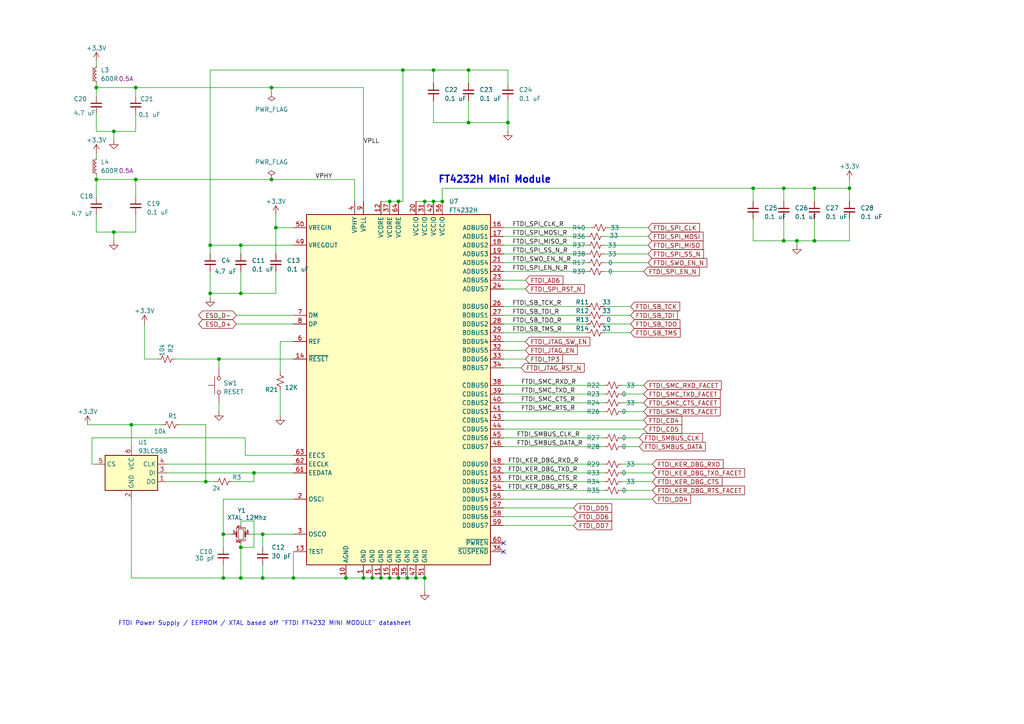
<source format=kicad_sch>
(kicad_sch (version 20250114) (generator "eeschema") (generator_version "9.0")
  (paper "A4")
  (text "FTDI Power Supply / EEPROM / XTAL based off \"FTDI FT4232 MINI MODULE\" datasheet" (at 34.29 181.61 0) (effects (font (size 1.27 1.27)) (justify left bottom)))
  (text "FT4232H Mini Module" (at 127 53.34 0) (effects (font (size 2 2) (thickness 0.4) (bold yes)) (justify left bottom)))
  (junction (at 116.84 20.32))
  (junction (at 33.02 67.31))
  (junction (at 246.38 54.61))
  (junction (at 135.89 35.56))
  (junction (at 227.33 69.85))
  (junction (at 64.77 167.64))
  (junction (at 27.94 25.4))
  (junction (at 63.5 104.14))
  (junction (at 73.66 137.16))
  (junction (at 60.96 85.09))
  (junction (at 39.37 25.4))
  (junction (at 78.74 52.07))
  (junction (at 60.96 71.12))
  (junction (at 100.33 167.64))
  (junction (at 38.1 123.19))
  (junction (at 125.73 58.42))
  (junction (at 125.73 20.32))
  (junction (at 115.57 58.42))
  (junction (at 123.19 58.42))
  (junction (at 113.03 167.64))
  (junction (at 76.2 167.64))
  (junction (at 107.95 167.64))
  (junction (at 69.85 85.09))
  (junction (at 236.22 69.85))
  (junction (at 85.09 167.64))
  (junction (at 128.27 58.42))
  (junction (at 69.85 71.12))
  (junction (at 64.77 154.94))
  (junction (at 78.74 25.4))
  (junction (at 231.14 69.85))
  (junction (at 33.02 38.1))
  (junction (at 59.69 139.7))
  (junction (at 27.94 52.07))
  (junction (at 80.01 66.04))
  (junction (at 227.33 54.61))
  (junction (at 120.65 167.64))
  (junction (at 69.85 167.64))
  (junction (at 76.2 154.94))
  (junction (at 113.03 58.42))
  (junction (at 236.22 54.61))
  (junction (at 115.57 167.64))
  (junction (at 147.32 35.56))
  (junction (at 69.85 158.75))
  (junction (at 105.41 167.64))
  (junction (at 135.89 20.32))
  (junction (at 123.19 167.64))
  (junction (at 118.11 167.64))
  (junction (at 218.44 54.61))
  (junction (at 39.37 52.07))
  (junction (at 110.49 167.64))
  (no_connect (at 146.05 157.48))
  (no_connect (at 146.05 160.02))
  (wire (pts (xy 64.77 167.64) (xy 69.85 167.64)))
  (wire (pts (xy 146.05 71.12) (xy 170.18 71.12)))
  (wire (pts (xy 69.85 85.09) (xy 80.01 85.09)))
  (wire (pts (xy 73.66 151.13) (xy 73.66 158.75)))
  (wire (pts (xy 76.2 167.64) (xy 85.09 167.64)))
  (wire (pts (xy 85.09 132.08) (xy 71.12 132.08)))
  (wire (pts (xy 113.03 58.42) (xy 115.57 58.42)))
  (wire (pts (xy 146.05 66.04) (xy 171.45 66.04)))
  (wire (pts (xy 27.94 52.07) (xy 39.37 52.07)))
  (wire (pts (xy 48.26 139.7) (xy 59.69 139.7)))
  (wire (pts (xy 69.85 151.13) (xy 73.66 151.13)))
  (wire (pts (xy 146.05 93.98) (xy 170.18 93.98)))
  (wire (pts (xy 125.73 20.32) (xy 135.89 20.32)))
  (wire (pts (xy 27.94 44.45) (xy 27.94 45.72)))
  (wire (pts (xy 80.01 66.04) (xy 85.09 66.04)))
  (wire (pts (xy 63.5 116.84) (xy 63.5 119.38)))
  (wire (pts (xy 60.96 85.09) (xy 69.85 85.09)))
  (wire (pts (xy 39.37 62.23) (xy 39.37 67.31)))
  (wire (pts (xy 146.05 144.78) (xy 189.23 144.78)))
  (wire (pts (xy 33.02 38.1) (xy 39.37 38.1)))
  (wire (pts (xy 107.95 167.64) (xy 110.49 167.64)))
  (wire (pts (xy 48.26 134.62) (xy 85.09 134.62)))
  (wire (pts (xy 123.19 58.42) (xy 125.73 58.42)))
  (wire (pts (xy 227.33 69.85) (xy 231.14 69.85)))
  (wire (pts (xy 227.33 63.5) (xy 227.33 69.85)))
  (wire (pts (xy 146.05 76.2) (xy 170.18 76.2)))
  (wire (pts (xy 59.69 123.19) (xy 59.69 139.7)))
  (wire (pts (xy 69.85 71.12) (xy 60.96 71.12)))
  (wire (pts (xy 135.89 20.32) (xy 135.89 24.13)))
  (wire (pts (xy 102.87 58.42) (xy 102.87 52.07)))
  (wire (pts (xy 146.05 119.38) (xy 175.26 119.38)))
  (wire (pts (xy 73.66 158.75) (xy 69.85 158.75)))
  (wire (pts (xy 146.05 149.86) (xy 166.37 149.86)))
  (wire (pts (xy 231.14 69.85) (xy 236.22 69.85)))
  (wire (pts (xy 27.94 62.23) (xy 27.94 67.31)))
  (wire (pts (xy 78.74 25.4) (xy 78.74 26.67)))
  (wire (pts (xy 62.23 139.7) (xy 59.69 139.7)))
  (wire (pts (xy 135.89 35.56) (xy 147.32 35.56)))
  (wire (pts (xy 69.85 158.75) (xy 69.85 157.48)))
  (wire (pts (xy 105.41 167.64) (xy 107.95 167.64)))
  (wire (pts (xy 147.32 35.56) (xy 147.32 38.1)))
  (wire (pts (xy 63.5 104.14) (xy 85.09 104.14)))
  (wire (pts (xy 38.1 123.19) (xy 46.99 123.19)))
  (wire (pts (xy 69.85 158.75) (xy 69.85 167.64)))
  (wire (pts (xy 227.33 58.42) (xy 227.33 54.61)))
  (wire (pts (xy 116.84 20.32) (xy 116.84 58.42)))
  (wire (pts (xy 180.34 114.3) (xy 186.69 114.3)))
  (wire (pts (xy 152.4 83.82) (xy 146.05 83.82)))
  (wire (pts (xy 128.27 54.61) (xy 218.44 54.61)))
  (wire (pts (xy 26.67 127) (xy 26.67 134.62)))
  (wire (pts (xy 146.05 129.54) (xy 175.26 129.54)))
  (wire (pts (xy 180.34 142.24) (xy 189.23 142.24)))
  (wire (pts (xy 236.22 69.85) (xy 246.38 69.85)))
  (wire (pts (xy 71.12 132.08) (xy 71.12 127)))
  (wire (pts (xy 146.05 134.62) (xy 175.26 134.62)))
  (wire (pts (xy 176.53 66.04) (xy 187.96 66.04)))
  (wire (pts (xy 180.34 137.16) (xy 189.23 137.16)))
  (wire (pts (xy 146.05 96.52) (xy 170.18 96.52)))
  (wire (pts (xy 146.05 78.74) (xy 170.18 78.74)))
  (wire (pts (xy 175.26 71.12) (xy 187.96 71.12)))
  (wire (pts (xy 180.34 119.38) (xy 186.69 119.38)))
  (wire (pts (xy 38.1 167.64) (xy 64.77 167.64)))
  (wire (pts (xy 146.05 142.24) (xy 175.26 142.24)))
  (wire (pts (xy 27.94 24.13) (xy 27.94 25.4)))
  (wire (pts (xy 175.26 73.66) (xy 187.96 73.66)))
  (wire (pts (xy 38.1 144.78) (xy 38.1 167.64)))
  (wire (pts (xy 180.34 116.84) (xy 186.69 116.84)))
  (wire (pts (xy 146.05 81.28) (xy 152.4 81.28)))
  (wire (pts (xy 147.32 20.32) (xy 147.32 24.13)))
  (wire (pts (xy 71.12 127) (xy 26.67 127)))
  (wire (pts (xy 69.85 151.13) (xy 69.85 152.4)))
  (wire (pts (xy 115.57 167.64) (xy 118.11 167.64)))
  (wire (pts (xy 146.05 116.84) (xy 175.26 116.84)))
  (wire (pts (xy 147.32 29.21) (xy 147.32 35.56)))
  (wire (pts (xy 118.11 167.64) (xy 120.65 167.64)))
  (wire (pts (xy 146.05 73.66) (xy 170.18 73.66)))
  (wire (pts (xy 64.77 154.94) (xy 64.77 158.75)))
  (wire (pts (xy 113.03 167.64) (xy 115.57 167.64)))
  (wire (pts (xy 85.09 144.78) (xy 64.77 144.78)))
  (wire (pts (xy 135.89 20.32) (xy 147.32 20.32)))
  (wire (pts (xy 146.05 101.6) (xy 152.4 101.6)))
  (wire (pts (xy 120.65 58.42) (xy 123.19 58.42)))
  (wire (pts (xy 27.94 17.78) (xy 27.94 19.05)))
  (wire (pts (xy 68.58 91.44) (xy 85.09 91.44)))
  (wire (pts (xy 175.26 76.2) (xy 187.96 76.2)))
  (wire (pts (xy 81.28 99.06) (xy 81.28 107.95)))
  (wire (pts (xy 73.66 137.16) (xy 85.09 137.16)))
  (wire (pts (xy 27.94 25.4) (xy 39.37 25.4)))
  (wire (pts (xy 80.01 85.09) (xy 80.01 78.74)))
  (wire (pts (xy 218.44 63.5) (xy 218.44 69.85)))
  (wire (pts (xy 146.05 111.76) (xy 175.26 111.76)))
  (wire (pts (xy 146.05 106.68) (xy 151.13 106.68)))
  (wire (pts (xy 50.8 104.14) (xy 63.5 104.14)))
  (wire (pts (xy 128.27 54.61) (xy 128.27 58.42)))
  (wire (pts (xy 27.94 27.94) (xy 27.94 25.4)))
  (wire (pts (xy 246.38 69.85) (xy 246.38 63.5)))
  (wire (pts (xy 27.94 50.8) (xy 27.94 52.07)))
  (wire (pts (xy 175.26 91.44) (xy 182.88 91.44)))
  (wire (pts (xy 39.37 52.07) (xy 39.37 57.15)))
  (wire (pts (xy 110.49 58.42) (xy 113.03 58.42)))
  (wire (pts (xy 60.96 20.32) (xy 60.96 71.12)))
  (wire (pts (xy 180.34 139.7) (xy 189.23 139.7)))
  (wire (pts (xy 64.77 144.78) (xy 64.77 154.94)))
  (wire (pts (xy 218.44 69.85) (xy 227.33 69.85)))
  (wire (pts (xy 69.85 167.64) (xy 76.2 167.64)))
  (wire (pts (xy 146.05 114.3) (xy 175.26 114.3)))
  (wire (pts (xy 39.37 52.07) (xy 78.74 52.07)))
  (wire (pts (xy 125.73 29.21) (xy 125.73 35.56)))
  (wire (pts (xy 85.09 167.64) (xy 100.33 167.64)))
  (wire (pts (xy 85.09 160.02) (xy 85.09 167.64)))
  (wire (pts (xy 218.44 54.61) (xy 227.33 54.61)))
  (wire (pts (xy 146.05 139.7) (xy 175.26 139.7)))
  (wire (pts (xy 60.96 71.12) (xy 60.96 73.66)))
  (wire (pts (xy 116.84 20.32) (xy 125.73 20.32)))
  (wire (pts (xy 39.37 27.94) (xy 39.37 25.4)))
  (wire (pts (xy 236.22 63.5) (xy 236.22 69.85)))
  (wire (pts (xy 146.05 99.06) (xy 152.4 99.06)))
  (wire (pts (xy 146.05 152.4) (xy 166.37 152.4)))
  (wire (pts (xy 48.26 137.16) (xy 73.66 137.16)))
  (wire (pts (xy 125.73 20.32) (xy 125.73 24.13)))
  (wire (pts (xy 64.77 154.94) (xy 67.31 154.94)))
  (wire (pts (xy 78.74 52.07) (xy 102.87 52.07)))
  (wire (pts (xy 236.22 54.61) (xy 246.38 54.61)))
  (wire (pts (xy 26.67 134.62) (xy 27.94 134.62)))
  (wire (pts (xy 218.44 54.61) (xy 218.44 58.42)))
  (wire (pts (xy 33.02 67.31) (xy 39.37 67.31)))
  (wire (pts (xy 146.05 121.92) (xy 186.69 121.92)))
  (wire (pts (xy 175.26 93.98) (xy 182.88 93.98)))
  (wire (pts (xy 180.34 111.76) (xy 186.69 111.76)))
  (wire (pts (xy 27.94 67.31) (xy 33.02 67.31)))
  (wire (pts (xy 25.4 123.19) (xy 38.1 123.19)))
  (wire (pts (xy 115.57 58.42) (xy 116.84 58.42)))
  (wire (pts (xy 69.85 71.12) (xy 85.09 71.12)))
  (wire (pts (xy 246.38 54.61) (xy 246.38 58.42)))
  (wire (pts (xy 146.05 137.16) (xy 175.26 137.16)))
  (wire (pts (xy 146.05 124.46) (xy 186.69 124.46)))
  (wire (pts (xy 180.34 127) (xy 185.42 127)))
  (wire (pts (xy 100.33 167.64) (xy 105.41 167.64)))
  (wire (pts (xy 67.31 139.7) (xy 73.66 139.7)))
  (wire (pts (xy 27.94 38.1) (xy 33.02 38.1)))
  (wire (pts (xy 110.49 167.64) (xy 113.03 167.64)))
  (wire (pts (xy 73.66 139.7) (xy 73.66 137.16)))
  (wire (pts (xy 146.05 68.58) (xy 170.18 68.58)))
  (wire (pts (xy 180.34 134.62) (xy 189.23 134.62)))
  (wire (pts (xy 146.05 91.44) (xy 170.18 91.44)))
  (wire (pts (xy 39.37 38.1) (xy 39.37 33.02)))
  (wire (pts (xy 64.77 163.83) (xy 64.77 167.64)))
  (wire (pts (xy 146.05 147.32) (xy 166.37 147.32)))
  (wire (pts (xy 33.02 38.1) (xy 33.02 40.64)))
  (wire (pts (xy 68.58 93.98) (xy 85.09 93.98)))
  (wire (pts (xy 60.96 78.74) (xy 60.96 85.09)))
  (wire (pts (xy 120.65 167.64) (xy 123.19 167.64)))
  (wire (pts (xy 175.26 68.58) (xy 187.96 68.58)))
  (wire (pts (xy 85.09 99.06) (xy 81.28 99.06)))
  (wire (pts (xy 76.2 154.94) (xy 76.2 158.75)))
  (wire (pts (xy 105.41 25.4) (xy 105.41 58.42)))
  (wire (pts (xy 72.39 154.94) (xy 76.2 154.94)))
  (wire (pts (xy 63.5 104.14) (xy 63.5 106.68)))
  (wire (pts (xy 69.85 71.12) (xy 69.85 73.66)))
  (wire (pts (xy 39.37 25.4) (xy 78.74 25.4)))
  (wire (pts (xy 146.05 127) (xy 175.26 127)))
  (wire (pts (xy 38.1 123.19) (xy 38.1 129.54)))
  (wire (pts (xy 33.02 67.31) (xy 33.02 69.85)))
  (wire (pts (xy 41.91 93.98) (xy 41.91 104.14)))
  (wire (pts (xy 78.74 25.4) (xy 105.41 25.4)))
  (wire (pts (xy 246.38 52.07) (xy 246.38 54.61)))
  (wire (pts (xy 175.26 96.52) (xy 182.88 96.52)))
  (wire (pts (xy 123.19 167.64) (xy 123.19 171.45)))
  (wire (pts (xy 80.01 62.23) (xy 80.01 66.04)))
  (wire (pts (xy 60.96 20.32) (xy 116.84 20.32)))
  (wire (pts (xy 146.05 104.14) (xy 152.4 104.14)))
  (wire (pts (xy 236.22 54.61) (xy 236.22 58.42)))
  (wire (pts (xy 69.85 78.74) (xy 69.85 85.09)))
  (wire (pts (xy 80.01 73.66) (xy 80.01 66.04)))
  (wire (pts (xy 59.69 123.19) (xy 52.07 123.19)))
  (wire (pts (xy 60.96 86.36) (xy 60.96 85.09)))
  (wire (pts (xy 175.26 88.9) (xy 182.88 88.9)))
  (wire (pts (xy 180.34 129.54) (xy 185.42 129.54)))
  (wire (pts (xy 41.91 104.14) (xy 45.72 104.14)))
  (wire (pts (xy 81.28 113.03) (xy 81.28 120.65)))
  (wire (pts (xy 27.94 33.02) (xy 27.94 38.1)))
  (wire (pts (xy 231.14 69.85) (xy 231.14 71.12)))
  (wire (pts (xy 125.73 35.56) (xy 135.89 35.56)))
  (wire (pts (xy 76.2 154.94) (xy 85.09 154.94)))
  (wire (pts (xy 227.33 54.61) (xy 236.22 54.61)))
  (wire (pts (xy 175.26 78.74) (xy 186.69 78.74)))
  (wire (pts (xy 135.89 35.56) (xy 135.89 29.21)))
  (wire (pts (xy 125.73 58.42) (xy 128.27 58.42)))
  (wire (pts (xy 146.05 88.9) (xy 170.18 88.9)))
  (wire (pts (xy 76.2 163.83) (xy 76.2 167.64)))
  (wire (pts (xy 27.94 52.07) (xy 27.94 57.15)))
  (label "FTDI_SMC_RTS_R" (at 151.13 119.38 0))
  (label "FTDI_SMBUS_CLK_R" (at 149.86 127 0))
  (label "FTDI_SB_TCK_R" (at 148.59 88.9 0))
  (label "FTDI_KER_DBG_RXD_R" (at 147.32 134.62 0))
  (label "FTDI_SMC_TXD_R" (at 151.13 114.3 0))
  (label "FTDI_SB_TDO_R" (at 148.59 93.98 0))
  (label "FTDI_KER_DBG_TXD_R" (at 147.32 137.16 0))
  (label "FTDI_SB_TDI_R" (at 148.59 91.44 0))
  (label "FTDI_SMC_CTS_R" (at 151.13 116.84 0))
  (label "FTDI_SPI_SS_N_R" (at 148.59 73.66 0))
  (label "FTDI_KER_DBG_RTS_R" (at 147.32 142.24 0))
  (label "FTDI_SPI_CLK_R" (at 148.59 66.04 0))
  (label "FTDI_SMC_RXD_R" (at 151.13 111.76 0))
  (label "FTDI_SPI_MISO_R" (at 148.59 71.12 0))
  (label "VPHY" (at 91.44 52.07 0))
  (label "FTDI_SPI_EN_N_R" (at 148.59 78.74 0))
  (label "FTDI_SWO_EN_N_R" (at 148.59 76.2 0))
  (label "FTDI_SMBUS_DATA_R" (at 149.86 129.54 0))
  (label "FTDI_SB_TMS_R" (at 148.59 96.52 0))
  (label "FTDI_SPI_MOSI_R" (at 148.59 68.58 0))
  (label "FTDI_KER_DBG_CTS_R" (at 147.32 139.7 0))
  (label "VPLL" (at 105.41 41.91 0))
  (global_label "FTDI_SB_TMS" (shape input) (at 182.88 96.52 0) (property "Intersheetrefs" "${INTERSHEET_REFS}" (effects (hide yes))))
  (global_label "FTDI_SB_TDO" (shape input) (at 182.88 93.98 0) (property "Intersheetrefs" "${INTERSHEET_REFS}" (effects (hide yes))))
  (global_label "ESD_D+" (shape bidirectional) (at 68.58 93.98 180) (property "Intersheetrefs" "${INTERSHEET_REFS}" (effects (hide yes))))
  (global_label "FTDI_SB_TCK" (shape input) (at 182.88 88.9 0) (property "Intersheetrefs" "${INTERSHEET_REFS}" (effects (hide yes))))
  (global_label "FTDI_SMBUS_DATA" (shape input) (at 185.42 129.54 0) (property "Intersheetrefs" "${INTERSHEET_REFS}" (effects (hide yes))))
  (global_label "FTDI_KER_DBG_RTS_FACET" (shape input) (at 189.23 142.24 0) (property "Intersheetrefs" "${INTERSHEET_REFS}" (effects (hide yes))))
  (global_label "FTDI_KER_DBG_CTS" (shape input) (at 189.23 139.7 0) (property "Intersheetrefs" "${INTERSHEET_REFS}" (effects (hide yes))))
  (global_label "FTDI_SPI_CLK" (shape input) (at 187.96 66.04 0) (property "Intersheetrefs" "${INTERSHEET_REFS}" (effects (hide yes))))
  (global_label "FTDI_TP3" (shape input) (at 152.4 104.14 0) (property "Intersheetrefs" "${INTERSHEET_REFS}" (effects (hide yes))))
  (global_label "FTDI_SPI_EN_N" (shape input) (at 186.69 78.74 0) (property "Intersheetrefs" "${INTERSHEET_REFS}" (effects (hide yes))))
  (global_label "FTDI_SMC_TXD_FACET" (shape input) (at 186.69 114.3 0) (property "Intersheetrefs" "${INTERSHEET_REFS}" (effects (hide yes))))
  (global_label "FTDI_SMC_RXD_FACET" (shape input) (at 186.69 111.76 0) (property "Intersheetrefs" "${INTERSHEET_REFS}" (effects (hide yes))))
  (global_label "FTDI_DD7" (shape input) (at 166.37 152.4 0) (property "Intersheetrefs" "${INTERSHEET_REFS}" (effects (hide yes))))
  (global_label "FTDI_SMC_RTS_FACET" (shape input) (at 186.69 119.38 0) (property "Intersheetrefs" "${INTERSHEET_REFS}" (effects (hide yes))))
  (global_label "FTDI_KER_DBG_TXD_FACET" (shape input) (at 189.23 137.16 0) (property "Intersheetrefs" "${INTERSHEET_REFS}" (effects (hide yes))))
  (global_label "FTDI_JTAG_SW_EN" (shape input) (at 152.4 99.06 0) (property "Intersheetrefs" "${INTERSHEET_REFS}" (effects (hide yes))))
  (global_label "FTDI_SPI_SS_N" (shape input) (at 187.96 73.66 0) (property "Intersheetrefs" "${INTERSHEET_REFS}" (effects (hide yes))))
  (global_label "FTDI_SPI_MOSI" (shape input) (at 187.96 68.58 0) (property "Intersheetrefs" "${INTERSHEET_REFS}" (effects (hide yes))))
  (global_label "FTDI_DD5" (shape input) (at 166.37 147.32 0) (property "Intersheetrefs" "${INTERSHEET_REFS}" (effects (hide yes))))
  (global_label "FTDI_DD4" (shape input) (at 189.23 144.78 0) (property "Intersheetrefs" "${INTERSHEET_REFS}" (effects (hide yes))))
  (global_label "FTDI_SPI_MISO" (shape input) (at 187.96 71.12 0) (property "Intersheetrefs" "${INTERSHEET_REFS}" (effects (hide yes))))
  (global_label "FTDI_SPI_RST_N" (shape input) (at 152.4 83.82 0) (property "Intersheetrefs" "${INTERSHEET_REFS}" (effects (hide yes))))
  (global_label "FTDI_SB_TDI" (shape input) (at 182.88 91.44 0) (property "Intersheetrefs" "${INTERSHEET_REFS}" (effects (hide yes))))
  (global_label "FTDI_JTAG_EN" (shape input) (at 152.4 101.6 0) (property "Intersheetrefs" "${INTERSHEET_REFS}" (effects (hide yes))))
  (global_label "FTDI_DD6" (shape input) (at 166.37 149.86 0) (property "Intersheetrefs" "${INTERSHEET_REFS}" (effects (hide yes))))
  (global_label "FTDI_CD4" (shape input) (at 186.69 121.92 0) (property "Intersheetrefs" "${INTERSHEET_REFS}" (effects (hide yes))))
  (global_label "FTDI_JTAG_RST_N" (shape input) (at 151.13 106.68 0) (property "Intersheetrefs" "${INTERSHEET_REFS}" (effects (hide yes))))
  (global_label "ESD_D-" (shape bidirectional) (at 68.58 91.44 180) (property "Intersheetrefs" "${INTERSHEET_REFS}" (effects (hide yes))))
  (global_label "FTDI_SMBUS_CLK" (shape input) (at 185.42 127 0) (property "Intersheetrefs" "${INTERSHEET_REFS}" (effects (hide yes))))
  (global_label "FTDI_AD6" (shape input) (at 152.4 81.28 0) (property "Intersheetrefs" "${INTERSHEET_REFS}" (effects (hide yes))))
  (global_label "FTDI_KER_DBG_RXD" (shape input) (at 189.23 134.62 0) (property "Intersheetrefs" "${INTERSHEET_REFS}" (effects (hide yes))))
  (global_label "FTDI_SMC_CTS_FACET" (shape input) (at 186.69 116.84 0) (property "Intersheetrefs" "${INTERSHEET_REFS}" (effects (hide yes))))
  (global_label "FTDI_SWO_EN_N" (shape input) (at 187.96 76.2 0) (property "Intersheetrefs" "${INTERSHEET_REFS}" (effects (hide yes))))
  (global_label "FTDI_CD5" (shape input) (at 186.69 124.46 0) (property "Intersheetrefs" "${INTERSHEET_REFS}" (effects (hide yes))))
  (symbol (lib_id "Device:C_Small") (at 227.33 60.96 0) (unit 1)
    (property "Reference" "C26" (at 230.505 60.3313 0) (effects (justify left)))
    (property "Value" "0.1 uF" (at 230.505 62.8713 0) (effects (justify left)))
    (property "Footprint" "Capacitor_SMD:C_0402_1005Metric" (effects (hide yes)))
    (property "Datasheet" "https://www.lcsc.com/datasheet/C14663.pdf" (effects (hide yes)))
    (property "Description" "Unpolarized capacitor, small symbol" (effects (hide yes)))
    (property "LCSC" "C14663" (effects (hide yes)))
    (property "MF" "YAGEO" (effects (hide yes)))
    (property "MP" "CC0603KRX7R9BB104" (effects (hide yes)))
  )
  (symbol (lib_id "power:+3.3V") (at 80.01 62.23 0) (unit 1)
    (property "Reference" "#PWR033" (effects (hide yes)))
    (property "Value" "+3.3V" (at 80.01 58.42 0))
    (property "Description" "Power symbol creates a global label with name \"+3.3V\"" (effects (hide yes)))
  )
  (symbol (lib_id "Device:C_Small") (at 236.22 60.96 0) (unit 1)
    (property "Reference" "C27" (at 239.395 60.3313 0) (effects (justify left)))
    (property "Value" "0.1 uF" (at 239.395 62.8713 0) (effects (justify left)))
    (property "Footprint" "Capacitor_SMD:C_0402_1005Metric" (effects (hide yes)))
    (property "Datasheet" "https://www.lcsc.com/datasheet/C14663.pdf" (effects (hide yes)))
    (property "Description" "Unpolarized capacitor, small symbol" (effects (hide yes)))
    (property "LCSC" "C14663" (effects (hide yes)))
    (property "MF" "YAGEO" (effects (hide yes)))
    (property "MP" "CC0603KRX7R9BB104" (effects (hide yes)))
  )
  (symbol (lib_id "Device:R_Small_US") (at 48.26 104.14 270) (unit 1)
    (property "Reference" "R2" (at 49.53 99.695 0) (effects (justify left)))
    (property "Value" "10k" (at 46.99 99.695 0) (effects (justify left)))
    (property "Footprint" "Resistor_SMD:R_0402_1005Metric" (effects (hide yes)))
    (property "Datasheet" "https://www.lcsc.com/datasheet/C25744.pdf" (effects (hide yes)))
    (property "Description" "Resistor, small US symbol" (effects (hide yes)))
    (property "LCSC" "C25744" (effects (hide yes)))
    (property "MF" "UNI-ROYAL" (effects (hide yes)))
    (property "MP" "0402WGF1002TCE" (effects (hide yes)))
  )
  (symbol (lib_id "Device:R_Small_US") (at 173.99 66.04 90) (unit 1)
    (property "Reference" "R40" (at 167.894 66.04 90))
    (property "Value" "33" (at 178.308 66.04 90))
    (property "Footprint" "Resistor_SMD:R_0402_1005Metric" (effects (hide yes)))
    (property "Datasheet" "https://www.lcsc.com/datasheet/C25105.pdf" (effects (hide yes)))
    (property "Description" "Resistor, small US symbol" (effects (hide yes)))
    (property "LCSC" "C25105" (effects (hide yes)))
    (property "MF" "UNI-ROYAL" (effects (hide yes)))
    (property "MP" "0402WGF330JTCE" (effects (hide yes)))
  )
  (symbol (lib_id "Device:R_Small_US") (at 177.8 111.76 90) (unit 1)
    (property "Reference" "R22" (at 172.085 111.76 90))
    (property "Value" "33" (at 182.88 111.76 90))
    (property "Footprint" "Resistor_SMD:R_0402_1005Metric" (effects (hide yes)))
    (property "Datasheet" "https://www.lcsc.com/datasheet/C25105.pdf" (effects (hide yes)))
    (property "Description" "Resistor, small US symbol" (effects (hide yes)))
    (property "LCSC" "C25105" (effects (hide yes)))
    (property "MF" "UNI-ROYAL" (effects (hide yes)))
    (property "MP" "0402WGF330JTCE" (effects (hide yes)))
  )
  (symbol (lib_id "Device:C_Small") (at 64.77 161.29 0) (unit 1)
    (property "Reference" "C10" (at 57.785 160.02 0) (effects (justify left)))
    (property "Value" "30 pF" (at 56.515 161.925 0) (effects (justify left)))
    (property "Footprint" "Capacitor_SMD:C_0402_1005Metric" (effects (hide yes)))
    (property "Datasheet" "https://www.lcsc.com/datasheet/C1570.pdf" (effects (hide yes)))
    (property "Description" "Unpolarized capacitor, small symbol" (effects (hide yes)))
    (property "LCSC" "C1570" (effects (hide yes)))
    (property "MF" "FH" (effects (hide yes)))
    (property "MP" "0402CG300J500NT" (effects (hide yes)))
  )
  (symbol (lib_id "power:GND") (at 123.19 171.45 0) (unit 1)
    (property "Reference" "#PWR038" (effects (hide yes)))
    (property "Value" "Earth" (effects (hide yes)))
    (property "Description" "Power symbol creates a global label with name \"GND\" , ground" (effects (hide yes)))
  )
  (symbol (lib_id "power:+3.3V") (at 246.38 52.07 0) (unit 1)
    (property "Reference" "#PWR042" (effects (hide yes)))
    (property "Value" "+3.3V" (at 246.38 48.26 0))
    (property "Description" "Power symbol creates a global label with name \"+3.3V\"" (effects (hide yes)))
  )
  (symbol (lib_id "Device:R_Small_US") (at 81.28 110.49 0) (unit 1)
    (property "Reference" "R21" (at 76.835 113.03 0) (effects (justify left)))
    (property "Value" "12K" (at 82.55 112.395 0) (effects (justify left)))
    (property "Footprint" "Resistor_SMD:R_0402_1005Metric" (effects (hide yes)))
    (property "Datasheet" "https://www.lcsc.com/datasheet/C25752.pdf" (effects (hide yes)))
    (property "Description" "Resistor, small US symbol" (effects (hide yes)))
    (property "LCSC" "C25752" (effects (hide yes)))
    (property "MF" "UNI-ROYAL" (effects (hide yes)))
    (property "MP" "0402WGF1202TCE" (effects (hide yes)))
  )
  (symbol (lib_id "Device:R_Small_US") (at 172.72 76.2 90) (unit 1)
    (property "Reference" "R17" (at 167.894 76.2 90))
    (property "Value" "0" (at 177.038 76.2 90))
    (property "Footprint" "Resistor_SMD:R_0402_1005Metric" (effects (hide yes)))
    (property "Datasheet" "https://www.lcsc.com/datasheet/C17168.pdf" (effects (hide yes)))
    (property "Description" "Resistor, small US symbol" (effects (hide yes)))
    (property "LCSC" "C17168" (effects (hide yes)))
    (property "MF" "UNI-ROYAL" (effects (hide yes)))
    (property "MP" "0402WGF0000TCE" (effects (hide yes)))
  )
  (symbol (lib_id "power:PWR_FLAG") (at 78.74 52.07 0) (unit 1)
    (property "Reference" "#FLG06" (effects (hide yes)))
    (property "Value" "PWR_FLAG" (at 78.74 46.99 0))
    (property "Description" "Special symbol for telling ERC where power comes from" (effects (hide yes)))
  )
  (symbol (lib_id "Device:R_Small_US") (at 172.72 78.74 90) (unit 1)
    (property "Reference" "R39" (at 167.894 78.74 90))
    (property "Value" "0" (at 177.038 78.74 90))
    (property "Footprint" "Resistor_SMD:R_0402_1005Metric" (effects (hide yes)))
    (property "Datasheet" "https://www.lcsc.com/datasheet/C17168.pdf" (effects (hide yes)))
    (property "Description" "Resistor, small US symbol" (effects (hide yes)))
    (property "LCSC" "C17168" (effects (hide yes)))
    (property "MF" "UNI-ROYAL" (effects (hide yes)))
    (property "MP" "0402WGF0000TCE" (effects (hide yes)))
  )
  (symbol (lib_id "Device:R_Small_US") (at 177.8 129.54 90) (unit 1)
    (property "Reference" "R28" (at 172.085 129.54 90))
    (property "Value" "0" (at 180.975 129.54 90))
    (property "Footprint" "Resistor_SMD:R_0402_1005Metric" (effects (hide yes)))
    (property "Datasheet" "https://www.lcsc.com/datasheet/C17168.pdf" (effects (hide yes)))
    (property "Description" "Resistor, small US symbol" (effects (hide yes)))
    (property "LCSC" "C17168" (effects (hide yes)))
    (property "MF" "UNI-ROYAL" (effects (hide yes)))
    (property "MP" "0402WGF0000TCE" (effects (hide yes)))
  )
  (symbol (lib_id "Device:C_Small") (at 60.96 76.2 0) (unit 1)
    (property "Reference" "C4" (at 64.135 75.5713 0) (effects (justify left)))
    (property "Value" "4.7 uF" (at 62.23 78.74 0) (effects (justify left)))
    (property "Footprint" "Capacitor_SMD:C_0603_1608Metric" (effects (hide yes)))
    (property "Datasheet" "https://weblib.samsungsem.com/mlcc/mlcc-ec-data-sheet.do?partNumber=CL10A475KO8NNN" (effects (hide yes)))
    (property "Description" "Unpolarized capacitor, small symbol" (effects (hide yes)))
    (property "LCSC" "C19666" (effects (hide yes)))
    (property "MF" "Samsung Electro-Mechanics" (effects (hide yes)))
    (property "MP" "CL10A475KO8NNNC" (effects (hide yes)))
  )
  (symbol (lib_id "power:GND") (at 63.5 119.38 0) (unit 1)
    (property "Reference" "#PWR030" (effects (hide yes)))
    (property "Value" "Earth" (effects (hide yes)))
    (property "Description" "Power symbol creates a global label with name \"GND\" , ground" (effects (hide yes)))
  )
  (symbol (lib_id "Device:C_Small") (at 76.2 161.29 0) (unit 1)
    (property "Reference" "C12" (at 78.74 158.75 0) (effects (justify left)))
    (property "Value" "30 pF" (at 78.74 161.29 0) (effects (justify left)))
    (property "Footprint" "Capacitor_SMD:C_0402_1005Metric" (effects (hide yes)))
    (property "Datasheet" "https://www.lcsc.com/datasheet/C1570.pdf" (effects (hide yes)))
    (property "Description" "Unpolarized capacitor, small symbol" (effects (hide yes)))
    (property "LCSC" "C1570" (effects (hide yes)))
    (property "MF" "FH" (effects (hide yes)))
    (property "MP" "0402CG300J500NT" (effects (hide yes)))
  )
  (symbol (lib_id "Memory_EEPROM:93LCxxBxxOT") (at 38.1 137.16 0) (unit 1)
    (property "Reference" "U1" (at 40.0559 128.27 0) (effects (justify left)))
    (property "Value" "93LC56B" (at 40.0559 130.81 0) (effects (justify left)))
    (property "Footprint" "Package_TO_SOT_SMD:SOT-23-6" (effects (hide yes)))
    (property "Datasheet" "http://ww1.microchip.com/downloads/en/DeviceDoc/20001749K.pdf" (effects (hide yes)))
    (property "Description" "Serial EEPROM, 93 Series, 2.5V, SOT-23-6" (effects (hide yes)))
    (property "LCSC" "C190271" (effects (hide yes)))
    (property "MF" "MICROCHIP" (effects (hide yes)))
    (property "MP" "93LC56BT-I/OT" (effects (hide yes)))
  )
  (symbol (lib_id "Device:C_Small") (at 27.94 30.48 0) (unit 1)
    (property "Reference" "C20" (at 21.336 28.702 0) (effects (justify left)))
    (property "Value" "4.7 uF" (at 21.336 32.766 0) (effects (justify left)))
    (property "Footprint" "Capacitor_SMD:C_0603_1608Metric" (effects (hide yes)))
    (property "Datasheet" "https://weblib.samsungsem.com/mlcc/mlcc-ec-data-sheet.do?partNumber=CL10A475KO8NNN" (effects (hide yes)))
    (property "Description" "Unpolarized capacitor, small symbol" (effects (hide yes)))
    (property "LCSC" "C19666" (effects (hide yes)))
    (property "MF" "Samsung Electro-Mechanics" (effects (hide yes)))
    (property "MP" "CL10A475KO8NNNC" (effects (hide yes)))
  )
  (symbol (lib_id "Device:R_Small_US") (at 177.8 119.38 90) (unit 1)
    (property "Reference" "R26" (at 172.085 119.38 90))
    (property "Value" "0" (at 180.975 119.38 90))
    (property "Footprint" "Resistor_SMD:R_0402_1005Metric" (effects (hide yes)))
    (property "Datasheet" "https://www.lcsc.com/datasheet/C17168.pdf" (effects (hide yes)))
    (property "Description" "Resistor, small US symbol" (effects (hide yes)))
    (property "LCSC" "C17168" (effects (hide yes)))
    (property "MF" "UNI-ROYAL" (effects (hide yes)))
    (property "MP" "0402WGF0000TCE" (effects (hide yes)))
  )
  (symbol (lib_id "power:GND") (at 147.32 38.1 0) (unit 1)
    (property "Reference" "#PWR039" (effects (hide yes)))
    (property "Value" "Earth" (effects (hide yes)))
    (property "Description" "Power symbol creates a global label with name \"GND\" , ground" (effects (hide yes)))
  )
  (symbol (lib_id "Device:C_Small") (at 125.73 26.67 0) (unit 1)
    (property "Reference" "C22" (at 128.905 26.0413 0) (effects (justify left)))
    (property "Value" "0.1 uF" (at 128.905 28.5813 0) (effects (justify left)))
    (property "Footprint" "Capacitor_SMD:C_0402_1005Metric" (effects (hide yes)))
    (property "Datasheet" "https://www.lcsc.com/datasheet/C14663.pdf" (effects (hide yes)))
    (property "Description" "Unpolarized capacitor, small symbol" (effects (hide yes)))
    (property "LCSC" "C14663" (effects (hide yes)))
    (property "MF" "YAGEO" (effects (hide yes)))
    (property "MP" "CC0603KRX7R9BB104" (effects (hide yes)))
  )
  (symbol (lib_id "power:PWR_FLAG") (at 78.74 26.67 180) (unit 1)
    (property "Reference" "#FLG05" (effects (hide yes)))
    (property "Value" "PWR_FLAG" (at 78.74 31.75 0))
    (property "Description" "Special symbol for telling ERC where power comes from" (effects (hide yes)))
  )
  (symbol (lib_id "Device:R_Small_US") (at 177.8 142.24 90) (unit 1)
    (property "Reference" "R35" (at 172.085 142.24 90))
    (property "Value" "0" (at 180.975 142.24 90))
    (property "Footprint" "Resistor_SMD:R_0402_1005Metric" (effects (hide yes)))
    (property "Datasheet" "https://www.lcsc.com/datasheet/C17168.pdf" (effects (hide yes)))
    (property "Description" "Resistor, small US symbol" (effects (hide yes)))
    (property "LCSC" "C17168" (effects (hide yes)))
    (property "MF" "UNI-ROYAL" (effects (hide yes)))
    (property "MP" "0402WGF0000TCE" (effects (hide yes)))
  )
  (symbol (lib_id "Device:Crystal_GND24_Small") (at 69.85 154.94 0) (unit 1)
    (property "Reference" "Y1" (at 70.104 148.082 0))
    (property "Value" "XTAL 12Mhz" (at 71.628 150.114 0))
    (property "Footprint" "Crystal:Crystal_SMD_3225-4Pin_3.2x2.5mm" (effects (hide yes)))
    (property "Datasheet" "https://www.lcsc.com/datasheet/C6071564.pdf" (effects (hide yes)))
    (property "Description" "Four pin crystal, GND on pins 2 and 4, small symbol" (effects (hide yes)))
    (property "LCSC" "C6071564" (effects (hide yes)))
    (property "MF" "SST" (effects (hide yes)))
    (property "MP" "3225 12M 18PF 20PPM" (effects (hide yes)))
  )
  (symbol (lib_id "Device:L_Ferrite_Small") (at 27.94 21.59 180) (unit 1)
    (property "Reference" "L3" (at 29.21 20.3199 0) (effects (justify right)))
    (property "Value" "600R" (at 29.21 22.8599 0) (effects (justify right)))
    (property "Footprint" "Inductor_SMD:L_0402_1005Metric" (effects (hide yes)))
    (property "Datasheet" "https://www.lcsc.com/datasheet/C275451.pdf" (effects (hide yes)))
    (property "Description" "Inductor with ferrite core, small symbol" (effects (hide yes)))
    (property "Power rating" "0.5A" (at 36.576 22.86 0))
    (property "LCSC" "C275451" (effects (hide yes)))
    (property "MF" "TDK" (effects (hide yes)))
    (property "MP" "MMZ1608S601ATA00" (effects (hide yes)))
  )
  (symbol (lib_id "Device:R_Small_US") (at 172.72 93.98 90) (unit 1)
    (property "Reference" "R13" (at 168.91 92.71 90))
    (property "Value" "0" (at 176.53 92.71 90))
    (property "Footprint" "Resistor_SMD:R_0402_1005Metric" (effects (hide yes)))
    (property "Datasheet" "https://www.lcsc.com/datasheet/C17168.pdf" (effects (hide yes)))
    (property "Description" "Resistor, small US symbol" (effects (hide yes)))
    (property "LCSC" "C17168" (effects (hide yes)))
    (property "MF" "UNI-ROYAL" (effects (hide yes)))
    (property "MP" "0402WGF0000TCE" (effects (hide yes)))
  )
  (symbol (lib_id "Device:C_Small") (at 27.94 59.69 0) (unit 1)
    (property "Reference" "C18" (at 23.114 56.896 0) (effects (justify left)))
    (property "Value" "4.7 uF" (at 20.574 61.976 0) (effects (justify left)))
    (property "Footprint" "Capacitor_SMD:C_0603_1608Metric" (effects (hide yes)))
    (property "Datasheet" "https://weblib.samsungsem.com/mlcc/mlcc-ec-data-sheet.do?partNumber=CL10A475KO8NNN" (effects (hide yes)))
    (property "Description" "Unpolarized capacitor, small symbol" (effects (hide yes)))
    (property "LCSC" "C19666" (effects (hide yes)))
    (property "MF" "Samsung Electro-Mechanics" (effects (hide yes)))
    (property "MP" "CL10A475KO8NNNC" (effects (hide yes)))
  )
  (symbol (lib_id "Device:R_Small_US") (at 172.72 71.12 90) (unit 1)
    (property "Reference" "R37" (at 167.894 71.12 90))
    (property "Value" "33" (at 177.546 71.12 90))
    (property "Footprint" "Resistor_SMD:R_0402_1005Metric" (effects (hide yes)))
    (property "Datasheet" "https://www.lcsc.com/datasheet/C25105.pdf" (effects (hide yes)))
    (property "Description" "Resistor, small US symbol" (effects (hide yes)))
    (property "LCSC" "C25105" (effects (hide yes)))
    (property "MF" "UNI-ROYAL" (effects (hide yes)))
    (property "MP" "0402WGF330JTCE" (effects (hide yes)))
  )
  (symbol (lib_id "Device:C_Small") (at 80.01 76.2 0) (unit 1)
    (property "Reference" "C13" (at 83.185 75.5713 0) (effects (justify left)))
    (property "Value" "0.1 uF" (at 83.185 78.1113 0) (effects (justify left)))
    (property "Footprint" "Capacitor_SMD:C_0402_1005Metric" (effects (hide yes)))
    (property "Datasheet" "https://www.lcsc.com/datasheet/C14663.pdf" (effects (hide yes)))
    (property "Description" "Unpolarized capacitor, small symbol" (effects (hide yes)))
    (property "LCSC" "C14663" (effects (hide yes)))
    (property "MF" "YAGEO" (effects (hide yes)))
    (property "MP" "CC0603KRX7R9BB104" (effects (hide yes)))
  )
  (symbol (lib_id "Interface_USB:FT4232H") (at 115.57 114.3 0) (unit 1)
    (property "Reference" "U7" (at 130.2259 58.42 0) (effects (justify left)))
    (property "Value" "FT4232H" (at 130.2259 60.96 0) (effects (justify left)))
    (property "Footprint" "Package_QFP:LQFP-64_10x10mm_P0.5mm" (effects (hide yes)))
    (property "Datasheet" "https://www.ftdichip.com/Support/Documents/DataSheets/ICs/DS_FT4232H.pdf" (effects (hide yes)))
    (property "Description" "Hi Speed Quad Channel USB UART/FIFO, LQFP/QFN-64" (effects (hide yes)))
    (property "LCSC" "C56742" (effects (hide yes)))
    (property "MF" "FTDI" (effects (hide yes)))
    (property "MP" "FT4232HL-Reel" (effects (hide yes)))
  )
  (symbol (lib_id "Device:R_Small_US") (at 177.8 139.7 90) (unit 1)
    (property "Reference" "R34" (at 172.085 139.7 90))
    (property "Value" "33" (at 182.88 139.7 90))
    (property "Footprint" "Resistor_SMD:R_0402_1005Metric" (effects (hide yes)))
    (property "Datasheet" "https://www.lcsc.com/datasheet/C25105.pdf" (effects (hide yes)))
    (property "Description" "Resistor, small US symbol" (effects (hide yes)))
    (property "LCSC" "C25105" (effects (hide yes)))
    (property "MF" "UNI-ROYAL" (effects (hide yes)))
    (property "MP" "0402WGF330JTCE" (effects (hide yes)))
  )
  (symbol (lib_id "Device:C_Small") (at 147.32 26.67 0) (unit 1)
    (property "Reference" "C24" (at 150.495 26.0413 0) (effects (justify left)))
    (property "Value" "0.1 uF" (at 150.495 28.5813 0) (effects (justify left)))
    (property "Footprint" "Capacitor_SMD:C_0402_1005Metric" (effects (hide yes)))
    (property "Datasheet" "https://www.lcsc.com/datasheet/C14663.pdf" (effects (hide yes)))
    (property "Description" "Unpolarized capacitor, small symbol" (effects (hide yes)))
    (property "LCSC" "C14663" (effects (hide yes)))
    (property "MF" "YAGEO" (effects (hide yes)))
    (property "MP" "CC0603KRX7R9BB104" (effects (hide yes)))
  )
  (symbol (lib_id "Device:R_Small_US") (at 64.77 139.7 270) (unit 1)
    (property "Reference" "R3" (at 67.31 138.43 90) (effects (justify left)))
    (property "Value" "2k" (at 61.595 141.605 90) (effects (justify left)))
    (property "Footprint" "Resistor_SMD:R_0402_1005Metric" (effects (hide yes)))
    (property "Datasheet" "https://www.lcsc.com/datasheet/C4109.pdf" (effects (hide yes)))
    (property "Description" "Resistor, small US symbol" (effects (hide yes)))
    (property "LCSC" "C4109" (effects (hide yes)))
    (property "MF" "UNI-ROYAL" (effects (hide yes)))
    (property "MP" "0402WGF2001TCE" (effects (hide yes)))
  )
  (symbol (lib_id "power:+3.3V") (at 25.4 123.19 0) (unit 1)
    (property "Reference" "#PWR06" (effects (hide yes)))
    (property "Value" "+3.3V" (at 25.4 119.38 0))
    (property "Description" "Power symbol creates a global label with name \"+3.3V\"" (effects (hide yes)))
  )
  (symbol (lib_id "power:+3.3V") (at 41.91 93.98 0) (unit 1)
    (property "Reference" "#PWR011" (effects (hide yes)))
    (property "Value" "+3.3V" (at 41.91 90.17 0))
    (property "Description" "Power symbol creates a global label with name \"+3.3V\"" (effects (hide yes)))
  )
  (symbol (lib_id "Device:C_Small") (at 39.37 30.48 0) (unit 1)
    (property "Reference" "C21" (at 40.64 28.702 0) (effects (justify left)))
    (property "Value" "0.1 uF" (at 40.132 33.274 0) (effects (justify left)))
    (property "Footprint" "Capacitor_SMD:C_0402_1005Metric" (effects (hide yes)))
    (property "Datasheet" "https://www.lcsc.com/datasheet/C14663.pdf" (effects (hide yes)))
    (property "Description" "Unpolarized capacitor, small symbol" (effects (hide yes)))
    (property "LCSC" "C14663" (effects (hide yes)))
    (property "MF" "YAGEO" (effects (hide yes)))
    (property "MP" "CC0603KRX7R9BB104" (effects (hide yes)))
  )
  (symbol (lib_id "Device:R_Small_US") (at 177.8 114.3 90) (unit 1)
    (property "Reference" "R23" (at 172.085 114.3 90))
    (property "Value" "0" (at 180.975 114.3 90))
    (property "Footprint" "Resistor_SMD:R_0402_1005Metric" (effects (hide yes)))
    (property "Datasheet" "https://www.lcsc.com/datasheet/C17168.pdf" (effects (hide yes)))
    (property "Description" "Resistor, small US symbol" (effects (hide yes)))
    (property "LCSC" "C17168" (effects (hide yes)))
    (property "MF" "UNI-ROYAL" (effects (hide yes)))
    (property "MP" "0402WGF0000TCE" (effects (hide yes)))
  )
  (symbol (lib_id "Device:C_Small") (at 69.85 76.2 0) (unit 1)
    (property "Reference" "C11" (at 73.025 75.5713 0) (effects (justify left)))
    (property "Value" "0.1 uF" (at 73.025 78.1113 0) (effects (justify left)))
    (property "Footprint" "Capacitor_SMD:C_0402_1005Metric" (effects (hide yes)))
    (property "Datasheet" "https://www.lcsc.com/datasheet/C14663.pdf" (effects (hide yes)))
    (property "Description" "Unpolarized capacitor, small symbol" (effects (hide yes)))
    (property "LCSC" "C14663" (effects (hide yes)))
    (property "MF" "YAGEO" (effects (hide yes)))
    (property "MP" "CC0603KRX7R9BB104" (effects (hide yes)))
  )
  (symbol (lib_id "Device:R_Small_US") (at 172.72 96.52 90) (unit 1)
    (property "Reference" "R14" (at 168.91 95.25 90))
    (property "Value" "33" (at 175.895 95.25 90))
    (property "Footprint" "Resistor_SMD:R_0402_1005Metric" (effects (hide yes)))
    (property "Datasheet" "https://www.lcsc.com/datasheet/C25105.pdf" (effects (hide yes)))
    (property "Description" "Resistor, small US symbol" (effects (hide yes)))
    (property "LCSC" "C25105" (effects (hide yes)))
    (property "MF" "UNI-ROYAL" (effects (hide yes)))
    (property "MP" "0402WGF330JTCE" (effects (hide yes)))
  )
  (symbol (lib_id "Device:R_Small_US") (at 172.72 88.9 90) (unit 1)
    (property "Reference" "R11" (at 168.91 87.63 90))
    (property "Value" "33" (at 175.895 87.63 90))
    (property "Footprint" "Resistor_SMD:R_0402_1005Metric" (effects (hide yes)))
    (property "Datasheet" "https://www.lcsc.com/datasheet/C25105.pdf" (effects (hide yes)))
    (property "Description" "Resistor, small US symbol" (effects (hide yes)))
    (property "LCSC" "C25105" (effects (hide yes)))
    (property "MF" "UNI-ROYAL" (effects (hide yes)))
    (property "MP" "0402WGF330JTCE" (effects (hide yes)))
  )
  (symbol (lib_id "Device:R_Small_US") (at 172.72 73.66 90) (unit 1)
    (property "Reference" "R38" (at 167.894 73.66 90))
    (property "Value" "33" (at 177.546 73.66 90))
    (property "Footprint" "Resistor_SMD:R_0402_1005Metric" (effects (hide yes)))
    (property "Datasheet" "https://www.lcsc.com/datasheet/C25105.pdf" (effects (hide yes)))
    (property "Description" "Resistor, small US symbol" (effects (hide yes)))
    (property "LCSC" "C25105" (effects (hide yes)))
    (property "MF" "UNI-ROYAL" (effects (hide yes)))
    (property "MP" "0402WGF330JTCE" (effects (hide yes)))
  )
  (symbol (lib_id "Device:R_Small_US") (at 177.8 137.16 90) (unit 1)
    (property "Reference" "R33" (at 172.085 137.16 90))
    (property "Value" "0" (at 180.975 137.16 90))
    (property "Footprint" "Resistor_SMD:R_0402_1005Metric" (effects (hide yes)))
    (property "Datasheet" "https://www.lcsc.com/datasheet/C17168.pdf" (effects (hide yes)))
    (property "Description" "Resistor, small US symbol" (effects (hide yes)))
    (property "LCSC" "C17168" (effects (hide yes)))
    (property "MF" "UNI-ROYAL" (effects (hide yes)))
    (property "MP" "0402WGF0000TCE" (effects (hide yes)))
  )
  (symbol (lib_id "Device:C_Small") (at 39.37 59.69 0) (unit 1)
    (property "Reference" "C19" (at 42.545 59.0613 0) (effects (justify left)))
    (property "Value" "0.1 uF" (at 42.545 61.6013 0) (effects (justify left)))
    (property "Footprint" "Capacitor_SMD:C_0402_1005Metric" (effects (hide yes)))
    (property "Datasheet" "https://www.lcsc.com/datasheet/C14663.pdf" (effects (hide yes)))
    (property "Description" "Unpolarized capacitor, small symbol" (effects (hide yes)))
    (property "LCSC" "C14663" (effects (hide yes)))
    (property "MF" "YAGEO" (effects (hide yes)))
    (property "MP" "CC0603KRX7R9BB104" (effects (hide yes)))
  )
  (symbol (lib_id "power:GND") (at 33.02 69.85 0) (unit 1)
    (property "Reference" "#PWR064" (effects (hide yes)))
    (property "Value" "Earth" (effects (hide yes)))
    (property "Description" "Power symbol creates a global label with name \"GND\" , ground" (effects (hide yes)))
  )
  (symbol (lib_id "Device:R_Small_US") (at 177.8 116.84 90) (unit 1)
    (property "Reference" "R24" (at 172.085 116.84 90))
    (property "Value" "33" (at 182.88 116.84 90))
    (property "Footprint" "Resistor_SMD:R_0402_1005Metric" (effects (hide yes)))
    (property "Datasheet" "https://www.lcsc.com/datasheet/C25105.pdf" (effects (hide yes)))
    (property "Description" "Resistor, small US symbol" (effects (hide yes)))
    (property "LCSC" "C25105" (effects (hide yes)))
    (property "MF" "UNI-ROYAL" (effects (hide yes)))
    (property "MP" "0402WGF330JTCE" (effects (hide yes)))
  )
  (symbol (lib_id "Device:R_Small_US") (at 172.72 68.58 90) (unit 1)
    (property "Reference" "R36" (at 167.894 68.58 90))
    (property "Value" "33" (at 178.054 68.326 90))
    (property "Footprint" "Resistor_SMD:R_0402_1005Metric" (effects (hide yes)))
    (property "Datasheet" "https://www.lcsc.com/datasheet/C25105.pdf" (effects (hide yes)))
    (property "Description" "Resistor, small US symbol" (effects (hide yes)))
    (property "LCSC" "C25105" (effects (hide yes)))
    (property "MF" "UNI-ROYAL" (effects (hide yes)))
    (property "MP" "0402WGF330JTCE" (effects (hide yes)))
  )
  (symbol (lib_id "Switch:SW_Push") (at 63.5 111.76 90) (unit 1)
    (property "Reference" "SW1" (at 64.77 111.125 90) (effects (justify right)))
    (property "Value" "RESET" (at 64.77 113.665 90) (effects (justify right)))
    (property "Footprint" "Button_Switch_SMD:SW_SPST_SKQG_WithoutStem" (effects (hide yes)))
    (property "Datasheet" "https://www.lcsc.com/datasheet/C92584.pdf" (effects (hide yes)))
    (property "Description" "Push button switch, generic, two pins" (effects (hide yes)))
    (property "LCSC" "C92584" (effects (hide yes)))
    (property "MF" "Korean Hroparts Elec" (effects (hide yes)))
    (property "MP" "K2-1187SQ-A4SW-06" (effects (hide yes)))
  )
  (symbol (lib_id "Device:L_Ferrite_Small") (at 27.94 48.26 180) (unit 1)
    (property "Reference" "L4" (at 29.21 46.9899 0) (effects (justify right)))
    (property "Value" "600R" (at 29.21 49.5299 0) (effects (justify right)))
    (property "Footprint" "Inductor_SMD:L_0402_1005Metric" (effects (hide yes)))
    (property "Datasheet" "https://www.lcsc.com/datasheet/C275451.pdf" (effects (hide yes)))
    (property "Description" "Inductor with ferrite core, small symbol" (effects (hide yes)))
    (property "LCSC" "C275451" (effects (hide yes)))
    (property "Power rating" "0.5A" (at 36.576 49.53 0))
    (property "MF" "TDK" (effects (hide yes)))
    (property "MP" "MMZ1608S601ATA00" (effects (hide yes)))
  )
  (symbol (lib_id "power:GND") (at 81.28 120.65 0) (unit 1)
    (property "Reference" "#PWR037" (effects (hide yes)))
    (property "Value" "Earth" (effects (hide yes)))
    (property "Description" "Power symbol creates a global label with name \"GND\" , ground" (effects (hide yes)))
  )
  (symbol (lib_id "Device:C_Small") (at 246.38 60.96 0) (unit 1)
    (property "Reference" "C28" (at 249.555 60.3313 0) (effects (justify left)))
    (property "Value" "0.1 uF" (at 249.555 62.8713 0) (effects (justify left)))
    (property "Footprint" "Capacitor_SMD:C_0402_1005Metric" (effects (hide yes)))
    (property "Datasheet" "https://www.lcsc.com/datasheet/C14663.pdf" (effects (hide yes)))
    (property "Description" "Unpolarized capacitor, small symbol" (effects (hide yes)))
    (property "LCSC" "C14663" (effects (hide yes)))
    (property "MF" "YAGEO" (effects (hide yes)))
    (property "MP" "CC0603KRX7R9BB104" (effects (hide yes)))
  )
  (symbol (lib_id "power:GND") (at 60.96 86.36 0) (unit 1)
    (property "Reference" "#PWR031" (effects (hide yes)))
    (property "Value" "Earth" (effects (hide yes)))
    (property "Description" "Power symbol creates a global label with name \"GND\" , ground" (effects (hide yes)))
  )
  (symbol (lib_id "Device:R_Small_US") (at 177.8 134.62 90) (unit 1)
    (property "Reference" "R29" (at 172.085 134.62 90))
    (property "Value" "33" (at 182.88 134.62 90))
    (property "Footprint" "Resistor_SMD:R_0402_1005Metric" (effects (hide yes)))
    (property "Datasheet" "https://www.lcsc.com/datasheet/C25105.pdf" (effects (hide yes)))
    (property "Description" "Resistor, small US symbol" (effects (hide yes)))
    (property "LCSC" "C25105" (effects (hide yes)))
    (property "MF" "UNI-ROYAL" (effects (hide yes)))
    (property "MP" "0402WGF330JTCE" (effects (hide yes)))
  )
  (symbol (lib_id "Device:C_Small") (at 135.89 26.67 0) (unit 1)
    (property "Reference" "C23" (at 139.065 26.0413 0) (effects (justify left)))
    (property "Value" "0.1 uF" (at 139.065 28.5813 0) (effects (justify left)))
    (property "Footprint" "Capacitor_SMD:C_0402_1005Metric" (effects (hide yes)))
    (property "Datasheet" "https://www.lcsc.com/datasheet/C14663.pdf" (effects (hide yes)))
    (property "Description" "Unpolarized capacitor, small symbol" (effects (hide yes)))
    (property "LCSC" "C14663" (effects (hide yes)))
    (property "MF" "YAGEO" (effects (hide yes)))
    (property "MP" "CC0603KRX7R9BB104" (effects (hide yes)))
  )
  (symbol (lib_id "power:GND") (at 33.02 40.64 0) (unit 1)
    (property "Reference" "#PWR062" (effects (hide yes)))
    (property "Value" "Earth" (effects (hide yes)))
    (property "Description" "Power symbol creates a global label with name \"GND\" , ground" (effects (hide yes)))
  )
  (symbol (lib_id "Device:R_Small_US") (at 172.72 91.44 90) (unit 1)
    (property "Reference" "R12" (at 168.91 90.17 90))
    (property "Value" "33" (at 175.895 90.17 90))
    (property "Footprint" "Resistor_SMD:R_0402_1005Metric" (effects (hide yes)))
    (property "Datasheet" "https://www.lcsc.com/datasheet/C25105.pdf" (effects (hide yes)))
    (property "Description" "Resistor, small US symbol" (effects (hide yes)))
    (property "LCSC" "C25105" (effects (hide yes)))
    (property "MF" "UNI-ROYAL" (effects (hide yes)))
    (property "MP" "0402WGF330JTCE" (effects (hide yes)))
  )
  (symbol (lib_id "power:+3.3V") (at 27.94 44.45 0) (unit 1)
    (property "Reference" "#PWR063" (effects (hide yes)))
    (property "Value" "+3.3V" (at 27.94 40.64 0))
    (property "Description" "Power symbol creates a global label with name \"+3.3V\"" (effects (hide yes)))
  )
  (symbol (lib_id "Device:R_Small_US") (at 177.8 127 90) (unit 1)
    (property "Reference" "R27" (at 172.085 127 90))
    (property "Value" "0" (at 180.975 127 90))
    (property "Footprint" "Resistor_SMD:R_0402_1005Metric" (effects (hide yes)))
    (property "Datasheet" "https://www.lcsc.com/datasheet/C17168.pdf" (effects (hide yes)))
    (property "Description" "Resistor, small US symbol" (effects (hide yes)))
    (property "LCSC" "C17168" (effects (hide yes)))
    (property "MF" "UNI-ROYAL" (effects (hide yes)))
    (property "MP" "0402WGF0000TCE" (effects (hide yes)))
  )
  (symbol (lib_id "power:GND") (at 231.14 71.12 0) (unit 1)
    (property "Reference" "#PWR043" (effects (hide yes)))
    (property "Value" "Earth" (effects (hide yes)))
    (property "Description" "Power symbol creates a global label with name \"GND\" , ground" (effects (hide yes)))
  )
  (symbol (lib_id "Device:C_Small") (at 218.44 60.96 0) (unit 1)
    (property "Reference" "C25" (at 221.615 60.3313 0) (effects (justify left)))
    (property "Value" "0.1 uF" (at 221.615 62.8713 0) (effects (justify left)))
    (property "Footprint" "Capacitor_SMD:C_0402_1005Metric" (effects (hide yes)))
    (property "Datasheet" "https://www.lcsc.com/datasheet/C14663.pdf" (effects (hide yes)))
    (property "Description" "Unpolarized capacitor, small symbol" (effects (hide yes)))
    (property "LCSC" "C14663" (effects (hide yes)))
    (property "MF" "YAGEO" (effects (hide yes)))
    (property "MP" "CC0603KRX7R9BB104" (effects (hide yes)))
  )
  (symbol (lib_id "power:+3.3V") (at 27.94 17.78 0) (unit 1)
    (property "Reference" "#PWR061" (effects (hide yes)))
    (property "Value" "+3.3V" (at 27.94 13.97 0))
    (property "Description" "Power symbol creates a global label with name \"+3.3V\"" (effects (hide yes)))
  )
  (symbol (lib_id "Device:R_Small_US") (at 49.53 123.19 90) (unit 1)
    (property "Reference" "R1" (at 51.435 120.65 90) (effects (justify left)))
    (property "Value" "10k" (at 48.26 125.095 90) (effects (justify left)))
    (property "Footprint" "Resistor_SMD:R_0402_1005Metric" (effects (hide yes)))
    (property "Datasheet" "https://www.lcsc.com/datasheet/C25744.pdf" (effects (hide yes)))
    (property "Description" "Resistor, small US symbol" (effects (hide yes)))
    (property "LCSC" "C25744" (effects (hide yes)))
    (property "MF" "UNI-ROYAL" (effects (hide yes)))
    (property "MP" "0402WGF1002TCE" (effects (hide yes)))
  )
)
</source>
